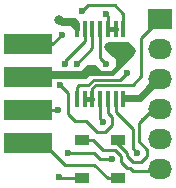
<source format=gtl>
G04 #@! TF.FileFunction,Copper,L1,Top,Signal*
%FSLAX46Y46*%
G04 Gerber Fmt 4.6, Leading zero omitted, Abs format (unit mm)*
G04 Created by KiCad (PCBNEW 4.0.2-stable) date 26/07/2016 9:56:19 PM*
%MOMM*%
G01*
G04 APERTURE LIST*
%ADD10C,0.100000*%
%ADD11R,0.450000X1.450000*%
%ADD12R,2.032000X1.727200*%
%ADD13O,2.032000X1.727200*%
%ADD14R,1.220000X0.910000*%
%ADD15R,4.080000X1.778000*%
%ADD16C,0.800000*%
%ADD17C,0.600000*%
%ADD18C,0.425000*%
%ADD19C,0.449000*%
%ADD20C,0.450000*%
%ADD21C,0.250000*%
G04 APERTURE END LIST*
D10*
D11*
X136550000Y-110450000D03*
X137200000Y-110450000D03*
X137850000Y-110450000D03*
X138500000Y-110450000D03*
X139150000Y-110450000D03*
X139800000Y-110450000D03*
X140450000Y-110450000D03*
X140450000Y-104550000D03*
X139800000Y-104550000D03*
X139150000Y-104550000D03*
X138500000Y-104550000D03*
X137850000Y-104550000D03*
X137200000Y-104550000D03*
X136550000Y-104550000D03*
D12*
X143585000Y-103650000D03*
D13*
X143585000Y-106190000D03*
X143585000Y-108730000D03*
X143585000Y-111270000D03*
X143585000Y-113810000D03*
X143585000Y-116350000D03*
D14*
X140000000Y-117135000D03*
X140000000Y-113865000D03*
X137000000Y-117135000D03*
X137000000Y-113865000D03*
D15*
X132417000Y-105809000D03*
X132417000Y-108603000D03*
X132417000Y-111397000D03*
X132417000Y-114191000D03*
D16*
X135000000Y-103750000D03*
X141125000Y-106375000D03*
X139250000Y-106000000D03*
D17*
X135000000Y-117000000D03*
X135250000Y-105000000D03*
X136500000Y-107500000D03*
X135500000Y-107500000D03*
X135076000Y-109238000D03*
X141650000Y-115000000D03*
X139500000Y-115500000D03*
X135750000Y-115000000D03*
X134949000Y-111397000D03*
X139000000Y-103250000D03*
X140750000Y-108250000D03*
X138750000Y-112400000D03*
X137000000Y-103000000D03*
X139000000Y-107500000D03*
D18*
X135000000Y-103750000D02*
X136250000Y-103750000D01*
X136250000Y-103750000D02*
X136550000Y-104050000D01*
X136550000Y-104050000D02*
X136550000Y-104550000D01*
X135000000Y-103750000D02*
X135250000Y-104000000D01*
X135250000Y-104000000D02*
X136000000Y-104000000D01*
D19*
X136550000Y-104550000D02*
X136000000Y-104000000D01*
X136000000Y-104000000D02*
X135750000Y-103750000D01*
D20*
X135750000Y-103750000D02*
X135000000Y-103750000D01*
D18*
X140750000Y-105750000D02*
X139287502Y-105750000D01*
X139287502Y-105750000D02*
X139250000Y-105787502D01*
X139250000Y-105787502D02*
X139250000Y-106000000D01*
X140750000Y-105750000D02*
X139500000Y-105750000D01*
X139500000Y-105750000D02*
X139250000Y-106000000D01*
X139250000Y-106000000D02*
X139250000Y-106250000D01*
X139250000Y-106250000D02*
X140000000Y-107000000D01*
X140000000Y-107000000D02*
X140000000Y-107250000D01*
X141125000Y-106375000D02*
X141125000Y-106125000D01*
X141125000Y-106125000D02*
X140750000Y-105750000D01*
X140750000Y-105750000D02*
X139750000Y-105750000D01*
X141125000Y-106375000D02*
X140875000Y-106375000D01*
X140875000Y-106375000D02*
X140250000Y-105750000D01*
X141125000Y-106375000D02*
X140500000Y-107000000D01*
X140500000Y-107000000D02*
X140500000Y-106750000D01*
X141125000Y-106375000D02*
X140500000Y-105750000D01*
X140500000Y-105750000D02*
X140250000Y-105750000D01*
X140250000Y-105750000D02*
X139750000Y-105750000D01*
X140500000Y-107250000D02*
X141125000Y-106625000D01*
X141125000Y-106625000D02*
X141125000Y-106375000D01*
D21*
X141125000Y-106375000D02*
X141250000Y-106500000D01*
D19*
X140450000Y-110450000D02*
X140650000Y-110250000D01*
X140650000Y-110250000D02*
X141750000Y-110250000D01*
X141750000Y-110250000D02*
X143270000Y-108730000D01*
X143270000Y-108730000D02*
X143585000Y-108730000D01*
D18*
X140500000Y-106500000D02*
X140500000Y-107250000D01*
X140250000Y-106250000D02*
X140500000Y-106500000D01*
X140000000Y-107750000D02*
X140250000Y-107500000D01*
X140250000Y-107500000D02*
X140250000Y-106250000D01*
X140250000Y-106250000D02*
X140250000Y-106500000D01*
X140250000Y-106500000D02*
X140250000Y-106250000D01*
X140000000Y-106750000D02*
X140000000Y-107250000D01*
X140000000Y-107250000D02*
X140000000Y-107750000D01*
X140000000Y-107750000D02*
X140000000Y-107500000D01*
X140000000Y-107500000D02*
X140000000Y-107750000D01*
X137500000Y-108250000D02*
X139500000Y-108250000D01*
X139500000Y-108250000D02*
X140000000Y-107750000D01*
X140000000Y-107750000D02*
X140500000Y-107250000D01*
X138000004Y-107750000D02*
X138500000Y-108249996D01*
X137750000Y-107750000D02*
X138000004Y-107750000D01*
X137500000Y-107750000D02*
X137750000Y-107750000D01*
X137250000Y-108000000D02*
X137500000Y-107750000D01*
X137000000Y-108250000D02*
X137250000Y-108000000D01*
X137250000Y-108000000D02*
X138250004Y-108000000D01*
X140500000Y-107250000D02*
X140500000Y-106750000D01*
X139750000Y-106000000D02*
X139250000Y-106000000D01*
X140500000Y-106750000D02*
X139750000Y-106000000D01*
X139250000Y-106000000D02*
X139500000Y-105750000D01*
X139750000Y-105750000D02*
X140250000Y-106250000D01*
X139500000Y-105750000D02*
X139750000Y-105750000D01*
D20*
X140250000Y-106750000D02*
X139500000Y-106000000D01*
X139500000Y-106000000D02*
X139250000Y-106000000D01*
X140000000Y-106750000D02*
X139250000Y-106000000D01*
X137500000Y-108250000D02*
X137000000Y-108250000D01*
X137000000Y-108250000D02*
X132770000Y-108250000D01*
X132770000Y-108250000D02*
X132417000Y-108603000D01*
D19*
X140450000Y-110450000D02*
X141865000Y-110450000D01*
X141865000Y-110450000D02*
X143585000Y-108730000D01*
X137500000Y-108250000D02*
X137250000Y-108500000D01*
D20*
X137250000Y-108500000D02*
X132520000Y-108500000D01*
X132520000Y-108500000D02*
X132417000Y-108603000D01*
D21*
X132417000Y-108603000D02*
X132544000Y-108476000D01*
X138000000Y-116000000D02*
X135500000Y-116000000D01*
X135500000Y-116000000D02*
X133691000Y-114191000D01*
X133691000Y-114191000D02*
X132417000Y-114191000D01*
X140000000Y-117135000D02*
X139135000Y-117135000D01*
X139135000Y-117135000D02*
X138000000Y-116000000D01*
X132476000Y-114250000D02*
X132417000Y-114191000D01*
X141250000Y-115750000D02*
X142000000Y-115750000D01*
X140750000Y-115000000D02*
X140750000Y-115250000D01*
X140750000Y-115250000D02*
X141250000Y-115750000D01*
X142500000Y-114750000D02*
X141750000Y-114000000D01*
X141750000Y-114000000D02*
X141750000Y-112500000D01*
X141750000Y-112500000D02*
X142980000Y-111270000D01*
X142980000Y-111270000D02*
X143585000Y-111270000D01*
X142000000Y-112220000D02*
X142000000Y-112250000D01*
X142000000Y-112250000D02*
X142000000Y-112220000D01*
X142000000Y-112220000D02*
X142696000Y-111524000D01*
X140750000Y-115000000D02*
X139949999Y-114199999D01*
X142000000Y-115750000D02*
X142500000Y-115250000D01*
X142500000Y-114750000D02*
X142500000Y-115250000D01*
X137000000Y-117135000D02*
X135135000Y-117135000D01*
X135135000Y-117135000D02*
X135000000Y-117000000D01*
X135250000Y-105000000D02*
X134441000Y-105809000D01*
X134441000Y-105809000D02*
X132417000Y-105809000D01*
X132476000Y-105750000D02*
X132417000Y-105809000D01*
X140750000Y-116250000D02*
X141000000Y-116250000D01*
X141250000Y-116500000D02*
X143435000Y-116500000D01*
X141000000Y-116250000D02*
X141250000Y-116500000D01*
X140250000Y-115250000D02*
X140250000Y-115750000D01*
X140250000Y-115750000D02*
X140750000Y-116250000D01*
X138750000Y-114750000D02*
X139750000Y-114750000D01*
X139750000Y-114750000D02*
X140250000Y-115250000D01*
X143435000Y-116500000D02*
X143585000Y-116350000D01*
X137865000Y-113865000D02*
X137000000Y-113865000D01*
X138750000Y-114750000D02*
X137865000Y-113865000D01*
X136500000Y-107500000D02*
X137850000Y-106150000D01*
X137850000Y-106150000D02*
X137850000Y-104550000D01*
X135500000Y-107500000D02*
X135500000Y-107250000D01*
X137200000Y-105550000D02*
X137200000Y-104550000D01*
X135500000Y-107250000D02*
X137200000Y-105550000D01*
X137500000Y-112500000D02*
X137286000Y-112286000D01*
X135750000Y-111690000D02*
X135750000Y-109912000D01*
X136346000Y-112286000D02*
X135750000Y-111690000D01*
X137286000Y-112286000D02*
X136346000Y-112286000D01*
X135750000Y-109912000D02*
X135076000Y-109238000D01*
X135076000Y-109238000D02*
X135750000Y-109912000D01*
X139150000Y-111650000D02*
X139500000Y-112000000D01*
X139500000Y-112000000D02*
X139500000Y-112650000D01*
X139500000Y-112650000D02*
X138900000Y-113250000D01*
X138900000Y-113250000D02*
X138250000Y-113250000D01*
X138250000Y-113250000D02*
X137500000Y-112500000D01*
X139150000Y-111650000D02*
X139150000Y-110450000D01*
X139500000Y-115500000D02*
X138500000Y-115500000D01*
X138500000Y-115500000D02*
X138000000Y-115000000D01*
X141650000Y-115000000D02*
X141250000Y-114600000D01*
X141250000Y-114600000D02*
X141250000Y-113000000D01*
X138000000Y-115000000D02*
X135750000Y-115000000D01*
X141250000Y-113000000D02*
X139800000Y-111550000D01*
X139800000Y-111550000D02*
X139800000Y-110450000D01*
X132417000Y-111397000D02*
X134949000Y-111397000D01*
X141250000Y-109250000D02*
X138144000Y-109250000D01*
X137850000Y-109544000D02*
X137850000Y-110450000D01*
X138144000Y-109250000D02*
X137850000Y-109544000D01*
X142000000Y-105235000D02*
X143585000Y-103650000D01*
X142000000Y-108500000D02*
X142000000Y-105235000D01*
X141250000Y-109250000D02*
X142000000Y-108500000D01*
D18*
X137200000Y-110450000D02*
X137850000Y-110450000D01*
D21*
X139150000Y-104550000D02*
X139150000Y-103400000D01*
X139150000Y-103400000D02*
X139000000Y-103250000D01*
D18*
X139800000Y-104550000D02*
X139150000Y-104550000D01*
D21*
X137500000Y-109250000D02*
X137950002Y-108799998D01*
X136750000Y-109250000D02*
X137500000Y-109250000D01*
X136550000Y-109450000D02*
X136750000Y-109250000D01*
X136550000Y-109450000D02*
X136550000Y-110450000D01*
X140200002Y-108799998D02*
X140750000Y-108250000D01*
X137950002Y-108799998D02*
X140200002Y-108799998D01*
X138750000Y-112400000D02*
X138500000Y-112150000D01*
X138500000Y-112150000D02*
X138500000Y-110450000D01*
X140450000Y-104550000D02*
X140450000Y-103200000D01*
X137490000Y-102510000D02*
X137000000Y-103000000D01*
X139760000Y-102510000D02*
X137490000Y-102510000D01*
X140450000Y-103200000D02*
X139760000Y-102510000D01*
X139000000Y-107500000D02*
X138500000Y-107000000D01*
X138500000Y-107000000D02*
X138500000Y-104550000D01*
M02*

</source>
